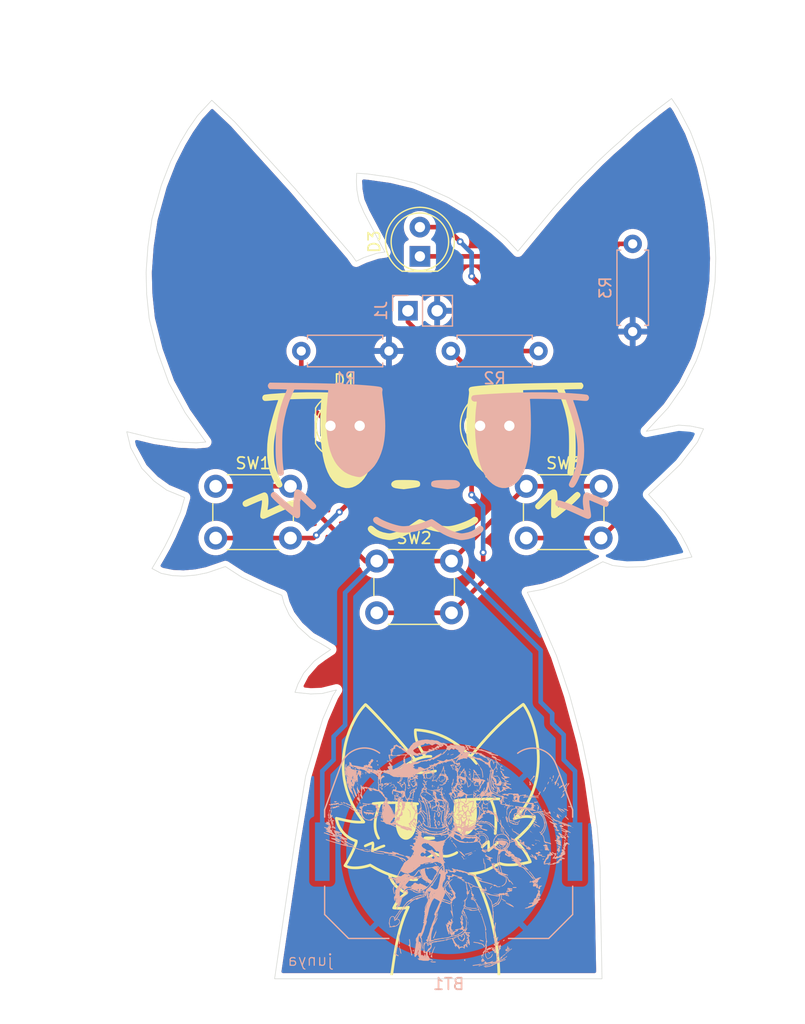
<source format=kicad_pcb>
(kicad_pcb (version 20241229) (generator "pcbnew") (generator_version "9.0")
  (layers (0 "F.Cu" signal) (2 "B.Cu" signal) (13 "F.Paste" user) (15 "B.Paste" user) (5 "F.SilkS" user "F.Silkscreen") (7 "B.SilkS" user "B.Silkscreen") (1 "F.Mask" user) (3 "B.Mask" user) (25 "Edge.Cuts" user))
  (net 0 "")
  (net 1 "+3.3V")
  (net 2 "GND")
  (net 3 "Net-(D1-A)")
  (net 4 "Net-(D1-K)")
  (net 5 "Net-(D2-K)")
  (net 6 "Net-(D2-A)")
  (net 7 "Net-(D3-A)")
  (net 8 "Net-(D3-K)")
  (net 9 "Net-(J1-Pin_1)")
  (footprint "LED_THT:LED_D5.0mm" (layer "F.Cu") (at 134.275 57 180)
    (property "Reference" "D2" (at 1.27 -3.96 0) (layer "F.SilkS"))
    (property "Value" "LED")
    (pad "1" thru_hole rect (at 0 0 180) (size 1.8 1.8) (drill 0.9) (layers "*.Cu" "*.Mask") (net 5 "Net-(D2-K)"))
    (pad "2" thru_hole circle (at 2.54 0 180) (size 1.8 1.8) (drill 0.9) (layers "*.Cu" "*.Mask") (net 6 "Net-(D2-A)"))
  )
  (footprint "LOGO" (layer "F.Cu") (at 127 60)
    (property "Reference" "G***" (hide yes))
    (property "Value" "LOGO" (hide yes))
  )
  (footprint "Button_Switch_THT:SW_PUSH_6mm" (layer "F.Cu") (at 122.75 68.75)
    (property "Reference" "SW2" (at 3.25 -2 0) (layer "F.SilkS"))
    (property "Value" "SW_Push_45deg")
    (pad "1" thru_hole circle (at 0 0 90) (size 2 2) (drill 1.1) (layers "*.Cu" "*.Mask") (net 1 "+3.3V"))
    (pad "1" thru_hole circle (at 6.5 0 90) (size 2 2) (drill 1.1) (layers "*.Cu" "*.Mask") (net 1 "+3.3V"))
    (pad "2" thru_hole circle (at 0 4.5 90) (size 2 2) (drill 1.1) (layers "*.Cu" "*.Mask") (net 6 "Net-(D2-A)"))
    (pad "2" thru_hole circle (at 6.5 4.5 90) (size 2 2) (drill 1.1) (layers "*.Cu" "*.Mask") (net 6 "Net-(D2-A)"))
  )
  (footprint "Button_Switch_THT:SW_PUSH_6mm" (layer "F.Cu") (at 135.75 62.25)
    (property "Reference" "SW3" (at 3.25 -2 0) (layer "F.SilkS"))
    (property "Value" "SW_Push_45deg")
    (pad "1" thru_hole circle (at 0 0 90) (size 2 2) (drill 1.1) (layers "*.Cu" "*.Mask") (net 1 "+3.3V"))
    (pad "1" thru_hole circle (at 6.5 0 90) (size 2 2) (drill 1.1) (layers "*.Cu" "*.Mask") (net 1 "+3.3V"))
    (pad "2" thru_hole circle (at 0 4.5 90) (size 2 2) (drill 1.1) (layers "*.Cu" "*.Mask") (net 7 "Net-(D3-A)"))
    (pad "2" thru_hole circle (at 6.5 4.5 90) (size 2 2) (drill 1.1) (layers "*.Cu" "*.Mask") (net 7 "Net-(D3-A)"))
  )
  (footprint "Button_Switch_THT:SW_PUSH_6mm" (layer "F.Cu") (at 108.75 62.25)
    (property "Reference" "SW1" (at 3.25 -2 0) (layer "F.SilkS"))
    (property "Value" "SW_Push_45deg")
    (pad "1" thru_hole circle (at 0 0 90) (size 2 2) (drill 1.1) (layers "*.Cu" "*.Mask") (net 1 "+3.3V"))
    (pad "1" thru_hole circle (at 6.5 0 90) (size 2 2) (drill 1.1) (layers "*.Cu" "*.Mask") (net 1 "+3.3V"))
    (pad "2" thru_hole circle (at 0 4.5 90) (size 2 2) (drill 1.1) (layers "*.Cu" "*.Mask") (net 3 "Net-(D1-A)"))
    (pad "2" thru_hole circle (at 6.5 4.5 90) (size 2 2) (drill 1.1) (layers "*.Cu" "*.Mask") (net 3 "Net-(D1-A)"))
  )
  (footprint "LED_THT:LED_D5.0mm" (layer "F.Cu") (at 118.725 57)
    (property "Reference" "D1" (at 1.27 -3.96 0) (layer "F.SilkS"))
    (property "Value" "LED")
    (pad "1" thru_hole rect (at 0 0) (size 1.8 1.8) (drill 0.9) (layers "*.Cu" "*.Mask") (net 4 "Net-(D1-K)"))
    (pad "2" thru_hole circle (at 2.54 0) (size 1.8 1.8) (drill 0.9) (layers "*.Cu" "*.Mask") (net 3 "Net-(D1-A)"))
  )
  (footprint "LOGO" (layer "F.Cu") (at 128 92)
    (property "Reference" "G***" (hide yes))
    (property "Value" "LOGO" (hide yes))
  )
  (footprint "LED_THT:LED_D5.0mm" (layer "F.Cu") (at 126.5 42.275 90)
    (property "Reference" "D3" (at 1.27 -3.96 90) (layer "F.SilkS"))
    (property "Value" "LED")
    (pad "1" thru_hole rect (at 0 0 90) (size 1.8 1.8) (drill 0.9) (layers "*.Cu" "*.Mask") (net 8 "Net-(D3-K)"))
    (pad "2" thru_hole circle (at 2.54 0 90) (size 1.8 1.8) (drill 0.9) (layers "*.Cu" "*.Mask") (net 7 "Net-(D3-A)"))
  )
  (footprint "Resistor_THT:R_Axial_DIN0207_L6.3mm_D2.5mm_P7.62mm_Horizontal" (layer "B.Cu") (at 116.19 50.5)
    (property "Reference" "R1" (at 3.81 2.37 180) (layer "B.SilkS") (effects (justify mirror)))
    (property "Value" "220Ω")
    (pad "1" thru_hole circle (at 0 0) (size 1.6 1.6) (drill 0.8) (layers "*.Cu" "*.Mask") (net 4 "Net-(D1-K)"))
    (pad "2" thru_hole oval (at 7.62 0) (size 1.6 1.6) (drill 0.8) (layers "*.Cu" "*.Mask") (net 2 "GND"))
  )
  (footprint "LOGO" (layer "B.Cu") (at 127 60 180)
    (property "Reference" "G***" (hide yes))
    (property "Value" "LOGO" (hide yes))
  )
  (footprint "Resistor_THT:R_Axial_DIN0207_L6.3mm_D2.5mm_P7.62mm_Horizontal" (layer "B.Cu") (at 129.19 50.5)
    (property "Reference" "R2" (at 3.81 2.37 180) (layer "B.SilkS") (effects (justify mirror)))
    (property "Value" "220Ω")
    (pad "1" thru_hole circle (at 0 0) (size 1.6 1.6) (drill 0.8) (layers "*.Cu" "*.Mask") (net 5 "Net-(D2-K)"))
    (pad "2" thru_hole oval (at 7.62 0) (size 1.6 1.6) (drill 0.8) (layers "*.Cu" "*.Mask") (net 9 "Net-(J1-Pin_1)"))
  )
  (footprint "Connector_PinHeader_2.54mm:PinHeader_1x02_P2.54mm_Vertical" (layer "B.Cu") (at 125.46 47 -90)
    (property "Reference" "J1" (at 0 2.33 90) (layer "B.SilkS") (effects (justify mirror)))
    (property "Value" "Conn_01x02_Socket")
    (pad "1" thru_hole rect (at 0 0 270) (size 1.7 1.7) (drill 1) (layers "*.Cu" "*.Mask") (net 9 "Net-(J1-Pin_1)"))
    (pad "2" thru_hole oval (at 0 -2.54 270) (size 1.7 1.7) (drill 1) (layers "*.Cu" "*.Mask") (net 2 "GND"))
  )
  (footprint "Battery:BatteryHolder_Keystone_3034_1x20mm" (layer "B.Cu") (at 129 94)
    (property "Reference" "BT1" (at 0 11.5 180) (layer "B.SilkS") (effects (justify mirror)))
    (property "Value" "Battery_Cell")
    (pad "1" smd rect (at -10.985 0) (size 1.27 5.08) (layers "B.Cu" "B.Mask" "B.Paste") (net 1 "+3.3V"))
    (pad "1" smd rect (at 10.985 0) (size 1.27 5.08) (layers "B.Cu" "B.Mask" "B.Paste") (net 1 "+3.3V"))
    (pad "2" smd circle (at 0 0) (size 17.8 17.8) (layers "B.Cu" "B.Mask") (net 2 "GND"))
  )
  (footprint "LOGO" (layer "B.Cu") (at 129 94 180)
    (property "Reference" "G***" (hide yes))
    (property "Value" "LOGO" (hide yes))
  )
  (footprint "Resistor_THT:R_Axial_DIN0207_L6.3mm_D2.5mm_P7.62mm_Horizontal" (layer "B.Cu") (at 145 41.19 -90)
    (property "Reference" "R3" (at 3.81 2.37 90) (layer "B.SilkS") (effects (justify mirror)))
    (property "Value" "220Ω")
    (pad "1" thru_hole circle (at 0 0 270) (size 1.6 1.6) (drill 0.8) (layers "*.Cu" "*.Mask") (net 8 "Net-(D3-K)"))
    (pad "2" thru_hole oval (at 7.62 0 270) (size 1.6 1.6) (drill 0.8) (layers "*.Cu" "*.Mask") (net 2 "GND"))
  )
  (gr_poly (pts (xy 142.333334 105.048254) (xy 142.18 96.998254) (xy 142.16 95.238254) (xy 142.06 93.618254) (xy 141.91 91.848254) (xy 141.69 90.438254) (xy 141.3 87.718254) (xy 140.63 84.518254) (xy 139.52 80.418254) (xy 138.38 76.988254) (xy 137.06 73.948254) (xy 135.84 71.458254) (xy 137.25 71.198254) (xy 138.97 70.608254) (xy 142.4 68.808254) (xy 143.27 69.138254) (xy 144.48 69.278254) (xy 146.03 69.238254) (xy 150.15 68.398254) (xy 149.71 67.418254) (xy 149.19 66.448254) (xy 147.77 64.508254) (xy 146.38 62.968254) (xy 147.84 61.588254) (xy 149.14 60.338254) (xy 150.62 58.428254) (xy 151.16 57.258254) (xy 150.03 57.018254) (xy 148.98 56.938254) (xy 146.18 57.478254) (xy 148.08 55.438254) (xy 149.46 53.468254) (xy 150.51 51.388254) (xy 150.92 50.308254) (xy 151.7 47.428254) (xy 152.03 45.408254) (xy 152.16 44.438254) (xy 152.22 42.428254) (xy 152.18 41.458254) (xy 152.03 39.408254) (xy 151.74 37.418254) (xy 151.33 35.448254) (xy 151.08 34.428254) (xy 150.77 33.418254) (xy 150.41 32.458254) (xy 150.01 31.418254) (xy 148.97 29.438254) (xy 148.38 28.558254) (xy 147.01 29.598254) (xy 145 31.248254) (xy 144.02 32.168254) (xy 143.01 33.058254) (xy 142.01 33.998254) (xy 140.05 35.968254) (xy 138.08 38.138254) (xy 136.05 40.588254) (xy 135.02 41.828254) (xy 134 40.758254) (xy 132.97 39.868254) (xy 131 38.378254) (xy 129.02 37.188254) (xy 126.97 36.268254) (xy 126.02 35.888254) (xy 124.02 35.408254) (xy 121.97 35.118254) (xy 121.01 35.048254) (xy 120.98 35.698254) (xy 121.02 36.498254) (xy 121.2 37.468254) (xy 121.65 38.498254) (xy 122.68 40.438254) (xy 123.46 41.898254) (xy 122.77 41.998254) (xy 121.64 42.378254) (xy 120.96 42.698254) (xy 120.58 42.158254) (xy 115.64 36.378254) (xy 110.41 30.598254) (xy 108.41 28.708254) (xy 107.17 30.048254) (xy 106.35 31.228254) (xy 105.67 32.368254) (xy 104.84 34.008254) (xy 104.02 36.108254) (xy 103.21 39.018254) (xy 102.86 41.398254) (xy 102.7 43.668254) (xy 102.75 45.558254) (xy 102.97 47.698254) (xy 103.66 50.458254) (xy 104.68 53.278254) (xy 106.09 55.858254) (xy 107.89 58.408254) (xy 107.06 58.478254) (xy 105.56 58.408254) (xy 103.46 58.098254) (xy 101.02 57.508254) (xy 101.36 58.908254) (xy 102.33 60.698254) (xy 103.38 61.788254) (xy 104.49 62.588254) (xy 106.05 63.228254) (xy 105.69 64.488254) (xy 104.83 66.468254) (xy 104.33 67.468254) (xy 103.77 68.458254) (xy 103.21 69.398254) (xy 104.01 69.818254) (xy 105 70.018254) (xy 105.97 70.058254) (xy 107.01 69.968254) (xy 108.01 69.768254) (xy 109.59 69.228254) (xy 111.04 70.168254) (xy 113.01 71.108254) (xy 114.5 71.728254) (xy 114.7 72.458254) (xy 115.15 73.448254) (xy 115.92 74.458254) (xy 116.98 75.418254) (xy 118.02 75.998254) (xy 118.75 76.438254) (xy 117.97 76.958254) (xy 117.31 77.448254) (xy 116.4 78.488254) (xy 115.9 79.438254) (xy 115.64 80.158254) (xy 117.01 80.298254) (xy 118.01 80.258254) (xy 119.25 79.948254) (xy 118.93 80.468254) (xy 118.06 82.458254) (xy 117.44 84.468254) (xy 116.57 87.438254) (xy 115.59 93.358254) (xy 113.870149 105.048254)) (stroke (width 0.05)) (fill no) (layer "Edge.Cuts"))
  (gr_text "junya" (at 119 104 0) (layer "B.SilkS") (effects (font (size 1 1) (thickness 0.1)) (justify left bottom mirror)))
  (segment (start 135.75 62.25) (end 142.25 62.25) (width 0.4) (layer "F.Cu") (net 1))
  (segment (start 115.25 62.25) (end 121.75 68.75) (width 0.4) (layer "F.Cu") (net 1))
  (segment (start 129.25 68.75) (end 135.75 62.25) (width 0.4) (layer "F.Cu") (net 1))
  (segment (start 129.25 68.75) (end 129.25 68.25) (width 0.4) (layer "F.Cu") (net 1))
  (segment (start 122.75 68.75) (end 129.25 68.75) (width 0.4) (layer "F.Cu") (net 1))
  (segment (start 121.75 68.75) (end 122.75 68.75) (width 0.4) (layer "F.Cu") (net 1))
  (segment (start 115.75 61.75) (end 115.25 61.75) (width 0.4) (layer "F.Cu") (net 1))
  (segment (start 108.75 62.25) (end 115.25 62.25) (width 0.4) (layer "F.Cu") (net 1))
  (segment (start 137 76.5) (end 129.25 68.75) (width 0.4) (layer "B.Cu") (net 1))
  (segment (start 120 71.5) (end 122.75 68.75) (width 0.4) (layer "B.Cu") (net 1))
  (segment (start 119 86.015) (end 119 84) (width 0.4) (layer "B.Cu") (net 1))
  (segment (start 119 84) (end 120 83) (width 0.4) (layer "B.Cu") (net 1))
  (segment (start 139 83.846399) (end 138 82.846399) (width 0.4) (layer "B.Cu") (net 1))
  (segment (start 137 81) (end 137 76.5) (width 0.4) (layer "B.Cu") (net 1))
  (segment (start 118.015 87) (end 119 86.015) (width 0.4) (layer "B.Cu") (net 1))
  (segment (start 138 82) (end 137 81) (width 0.4) (layer "B.Cu") (net 1))
  (segment (start 139.985 87) (end 139 86.015) (width 0.4) (layer "B.Cu") (net 1))
  (segment (start 139 86.015) (end 139 83.846399) (width 0.4) (layer "B.Cu") (net 1))
  (segment (start 118.015 87) (end 118.015 94) (width 0.4) (layer "B.Cu") (net 1))
  (segment (start 120 83) (end 120 71.5) (width 0.4) (layer "B.Cu") (net 1))
  (segment (start 138 82.846399) (end 138 82) (width 0.4) (layer "B.Cu") (net 1))
  (segment (start 139.985 87) (end 139.985 94) (width 0.4) (layer "B.Cu") (net 1))
  (segment (start 117.5 66.5) (end 117.25 66.75) (width 0.4) (layer "F.Cu") (net 3))
  (segment (start 108.75 66.75) (end 115.25 66.75) (width 0.4) (layer "F.Cu") (net 3))
  (segment (start 121.265 62.735) (end 121.265 57) (width 0.4) (layer "F.Cu") (net 3))
  (segment (start 117.25 66.75) (end 115.25 66.75) (width 0.4) (layer "F.Cu") (net 3))
  (segment (start 119.5 64.5) (end 121.265 62.735) (width 0.4) (layer "F.Cu") (net 3))
  (via (at 117.5 66.5) (size 0.6) (drill 0.3) (layers "F.Cu" "B.Cu") (net 3))
  (via (at 119.5 64.5) (size 0.6) (drill 0.3) (layers "F.Cu" "B.Cu") (net 3))
  (segment (start 117.5 66.5) (end 119.5 64.5) (width 0.4) (layer "B.Cu") (net 3))
  (segment (start 116.19 54.465) (end 118.725 57) (width 0.4) (layer "F.Cu") (net 4))
  (segment (start 116.19 50.5) (end 116.19 54.465) (width 0.4) (layer "F.Cu") (net 4))
  (segment (start 134.275 57) (end 134.275 55.585) (width 0.4) (layer "F.Cu") (net 5))
  (segment (start 134.275 55.585) (end 129.19 50.5) (width 0.4) (layer "F.Cu") (net 5))
  (segment (start 122.75 73.25) (end 129.25 73.25) (width 0.4) (layer "F.Cu") (net 6))
  (segment (start 132 70.5) (end 129.25 73.25) (width 0.4) (layer "F.Cu") (net 6))
  (segment (start 131 63) (end 131 57.735) (width 0.4) (layer "F.Cu") (net 6))
  (segment (start 131 57.735) (end 131.735 57) (width 0.4) (layer "F.Cu") (net 6))
  (segment (start 132 68) (end 132 70.5) (width 0.4) (layer "F.Cu") (net 6))
  (via (at 132 68) (size 0.6) (drill 0.3) (layers "F.Cu" "B.Cu") (net 6))
  (via (at 131 63) (size 0.6) (drill 0.3) (layers "F.Cu" "B.Cu") (net 6))
  (segment (start 132 68) (end 132 64) (width 0.4) (layer "B.Cu") (net 6))
  (segment (start 132 64) (end 131 63) (width 0.4) (layer "B.Cu") (net 6))
  (segment (start 130 41) (end 128.735 39.735) (width 0.4) (layer "F.Cu") (net 7))
  (segment (start 145 52) (end 140 47) (width 0.4) (layer "F.Cu") (net 7))
  (segment (start 145 64) (end 145 52) (width 0.4) (layer "F.Cu") (net 7))
  (segment (start 135.75 66.75) (end 142.25 66.75) (width 0.4) (layer "F.Cu") (net 7))
  (segment (start 134 47) (end 131 44) (width 0.4) (layer "F.Cu") (net 7))
  (segment (start 128.735 39.735) (end 126.5 39.735) (width 0.4) (layer "F.Cu") (net 7))
  (segment (start 140 47) (end 134 47) (width 0.4) (layer "F.Cu") (net 7))
  (segment (start 142.25 66.75) (end 145 64) (width 0.4) (layer "F.Cu") (net 7))
  (via (at 130 41) (size 0.6) (drill 0.3) (layers "F.Cu" "B.Cu") (net 7))
  (via (at 131 44) (size 0.6) (drill 0.3) (layers "F.Cu" "B.Cu") (net 7))
  (segment (start 131 42) (end 130 41) (width 0.4) (layer "B.Cu") (net 7))
  (segment (start 131 44) (end 131 42) (width 0.4) (layer "B.Cu") (net 7))
  (segment (start 132.275 42.275) (end 126.5 42.275) (width 0.4) (layer "F.Cu") (net 8))
  (segment (start 143.81 41.19) (end 140 45) (width 0.4) (layer "F.Cu") (net 8))
  (segment (start 140 45) (end 135 45) (width 0.4) (layer "F.Cu") (net 8))
  (segment (start 135 45) (end 132.275 42.275) (width 0.4) (layer "F.Cu") (net 8))
  (segment (start 145 41.19) (end 143.81 41.19) (width 0.4) (layer "F.Cu") (net 8))
  (segment (start 125.46 47.96) (end 125.46 47) (width 0.4) (layer "F.Cu") (net 9))
  (segment (start 131.5 50.5) (end 130 49) (width 0.4) (layer "F.Cu") (net 9))
  (segment (start 130 49) (end 126.5 49) (width 0.4) (layer "F.Cu") (net 9))
  (segment (start 136.81 50.5) (end 131.5 50.5) (width 0.4) (layer "F.Cu") (net 9))
  (segment (start 126.5 49) (end 125.46 47.96) (width 0.4) (layer "F.Cu") (net 9))
  (zone (net 2) (net_name "GND") (layers "F.Cu" "B.Cu") (connect_pads (clearance 0.5)) (min_thickness 0.25) (fill yes (thermal_gap 0.5) (thermal_bridge_width 0.5))
    (polygon (pts (xy 90 20) (xy 160 20) (xy 160 109) (xy 90 109)))
  )
)
</source>
